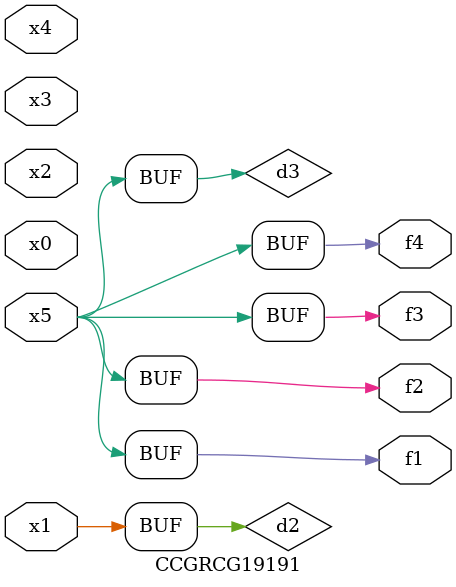
<source format=v>
module CCGRCG19191(
	input x0, x1, x2, x3, x4, x5,
	output f1, f2, f3, f4
);

	wire d1, d2, d3;

	not (d1, x5);
	or (d2, x1);
	xnor (d3, d1);
	assign f1 = d3;
	assign f2 = d3;
	assign f3 = d3;
	assign f4 = d3;
endmodule

</source>
